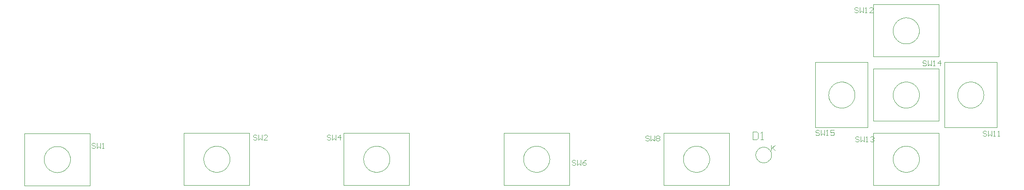
<source format=gto>
*%FSLAX23Y23*%
*%MOIN*%
G01*
D12*
X13749Y7727D02*
X13756Y7720D01*
X13749Y7727D02*
X13736D01*
X13729Y7720D01*
Y7713D01*
X13736Y7707D01*
X13749D01*
X13756Y7700D01*
Y7693D01*
X13749Y7687D01*
X13736D01*
X13729Y7693D01*
X13769Y7687D02*
Y7727D01*
X13782Y7700D02*
X13769Y7687D01*
X13782Y7700D02*
X13796Y7687D01*
Y7727D01*
X13809Y7687D02*
X13822D01*
X13816D01*
Y7727D01*
X13817D01*
X13816D02*
X13809Y7720D01*
X13842Y7687D02*
X13856D01*
X13849D01*
Y7727D01*
X13850D01*
X13849D02*
X13842Y7720D01*
X12775Y8665D02*
X12769Y8671D01*
X12755D01*
X12749Y8665D01*
Y8658D01*
X12755Y8651D01*
X12769D01*
X12775Y8645D01*
Y8638D01*
X12769Y8631D01*
X12755D01*
X12749Y8638D01*
X12789Y8631D02*
Y8671D01*
X12802Y8645D02*
X12789Y8631D01*
X12802Y8645D02*
X12815Y8631D01*
Y8671D01*
X12829Y8631D02*
X12842D01*
X12835D01*
Y8671D01*
X12836D01*
X12835D02*
X12829Y8665D01*
X12862Y8631D02*
X12889D01*
X12862D02*
X12889Y8658D01*
Y8665D01*
X12882Y8671D01*
X12869D01*
X12862Y8665D01*
X11973Y7720D02*
Y7660D01*
X12003D01*
X12013Y7670D01*
Y7710D01*
X12003Y7720D01*
X11973D01*
X12033Y7660D02*
X12053D01*
X12043D01*
Y7720D01*
X12044D01*
X12043D02*
X12033Y7710D01*
X12777Y7683D02*
X12783Y7677D01*
X12777Y7683D02*
X12763D01*
X12757Y7677D01*
Y7670D01*
X12763Y7663D01*
X12777D01*
X12783Y7657D01*
Y7650D01*
X12777Y7643D01*
X12763D01*
X12757Y7650D01*
X12797Y7643D02*
Y7683D01*
X12810Y7657D02*
X12797Y7643D01*
X12810Y7657D02*
X12823Y7643D01*
Y7683D01*
X12837Y7643D02*
X12850D01*
X12843D01*
Y7683D01*
X12844D01*
X12843D02*
X12837Y7677D01*
X12870D02*
X12877Y7683D01*
X12890D01*
X12897Y7677D01*
Y7670D01*
X12898D01*
X12897D02*
X12898D01*
X12897D02*
X12898D01*
X12897D02*
X12890Y7663D01*
X12883D01*
X12890D01*
X12897Y7657D01*
Y7650D01*
X12890Y7643D01*
X12877D01*
X12870Y7650D01*
X13296Y8257D02*
X13289Y8264D01*
X13276D01*
X13269Y8257D01*
Y8250D01*
X13276Y8244D01*
X13289D01*
X13296Y8237D01*
Y8230D01*
X13289Y8224D01*
X13276D01*
X13269Y8230D01*
X13309Y8224D02*
Y8264D01*
X13323Y8237D02*
X13309Y8224D01*
X13323Y8237D02*
X13336Y8224D01*
Y8264D01*
X13349Y8224D02*
X13363D01*
X13356D01*
Y8264D01*
X13357D01*
X13356D02*
X13349Y8257D01*
X13403Y8264D02*
Y8224D01*
X13383Y8244D02*
X13403Y8264D01*
X13409Y8244D02*
X13383D01*
X12480Y7724D02*
X12473Y7731D01*
X12460D01*
X12453Y7724D01*
Y7717D01*
X12460Y7711D01*
X12473D01*
X12480Y7704D01*
Y7697D01*
X12473Y7691D01*
X12460D01*
X12453Y7697D01*
X12493Y7691D02*
Y7731D01*
X12507Y7704D02*
X12493Y7691D01*
X12507Y7704D02*
X12520Y7691D01*
Y7731D01*
X12533Y7691D02*
X12547D01*
X12540D01*
Y7731D01*
X12541D01*
X12540D02*
X12533Y7724D01*
X12567Y7731D02*
X12593D01*
X12567D02*
Y7711D01*
X12580Y7717D01*
X12587D01*
X12593Y7711D01*
Y7697D01*
X12587Y7691D01*
X12573D01*
X12567Y7697D01*
X11181Y7682D02*
X11174Y7688D01*
X11161D01*
X11154Y7682D01*
Y7675D01*
X11161Y7668D01*
X11174D01*
X11181Y7662D01*
Y7655D01*
X11174Y7648D01*
X11161D01*
X11154Y7655D01*
X11194Y7648D02*
Y7688D01*
X11207Y7662D02*
X11194Y7648D01*
X11207Y7662D02*
X11221Y7648D01*
Y7688D01*
X11234Y7682D02*
X11241Y7688D01*
X11254D01*
X11261Y7682D01*
Y7675D01*
X11254Y7668D01*
X11261Y7662D01*
Y7655D01*
X11254Y7648D01*
X11241D01*
X11234Y7655D01*
Y7662D01*
X11241Y7668D01*
X11234Y7675D01*
Y7682D01*
X11241Y7668D02*
X11254D01*
X10619Y7497D02*
X10613Y7503D01*
X10599D01*
X10593Y7497D01*
Y7490D01*
X10599Y7483D01*
X10613D01*
X10619Y7477D01*
Y7470D01*
X10613Y7463D01*
X10599D01*
X10593Y7470D01*
X10633Y7463D02*
Y7503D01*
X10646Y7477D02*
X10633Y7463D01*
X10646Y7477D02*
X10659Y7463D01*
Y7503D01*
X10686Y7497D02*
X10699Y7503D01*
X10686Y7497D02*
X10673Y7483D01*
Y7470D01*
X10679Y7463D01*
X10693D01*
X10699Y7470D01*
Y7477D01*
X10693Y7483D01*
X10673D01*
X8749Y7688D02*
X8742Y7694D01*
X8729D01*
X8722Y7688D01*
Y7681D01*
X8729Y7674D01*
X8742D01*
X8749Y7668D01*
Y7661D01*
X8742Y7654D01*
X8729D01*
X8722Y7661D01*
X8762Y7654D02*
Y7694D01*
X8775Y7668D02*
X8762Y7654D01*
X8775Y7668D02*
X8789Y7654D01*
Y7694D01*
X8822D02*
Y7654D01*
X8802Y7674D02*
X8822Y7694D01*
X8829Y7674D02*
X8802D01*
X8186Y7688D02*
X8180Y7694D01*
X8166D01*
X8160Y7688D01*
Y7681D01*
X8166Y7674D01*
X8180D01*
X8186Y7668D01*
Y7661D01*
X8180Y7654D01*
X8166D01*
X8160Y7661D01*
X8200Y7654D02*
Y7694D01*
X8213Y7668D02*
X8200Y7654D01*
X8213Y7668D02*
X8226Y7654D01*
Y7694D01*
X8240Y7654D02*
X8266D01*
X8240D02*
X8266Y7681D01*
Y7688D01*
X8260Y7694D01*
X8246D01*
X8240Y7688D01*
X6952Y7624D02*
X6945Y7631D01*
X6932D01*
X6925Y7624D01*
Y7618D01*
X6932Y7611D01*
X6945D01*
X6952Y7604D01*
Y7598D01*
X6945Y7591D01*
X6932D01*
X6925Y7598D01*
X6965Y7591D02*
Y7631D01*
X6978Y7604D02*
X6965Y7591D01*
X6978Y7604D02*
X6992Y7591D01*
Y7631D01*
X7005Y7591D02*
X7018D01*
X7012D01*
Y7631D01*
X7013D01*
X7012D02*
X7005Y7624D01*
D14*
X13735Y8002D02*
X13735Y7998D01*
X13734Y7995D01*
X13734Y7992D01*
X13734Y7988D01*
X13733Y7985D01*
X13733Y7982D01*
X13732Y7978D01*
X13731Y7975D01*
X13730Y7972D01*
X13729Y7969D01*
X13728Y7966D01*
X13727Y7963D01*
X13725Y7960D01*
X13724Y7957D01*
X13722Y7954D01*
X13721Y7951D01*
X13719Y7948D01*
X13717Y7945D01*
X13715Y7943D01*
X13713Y7940D01*
X13711Y7937D01*
X13709Y7935D01*
X13707Y7932D01*
X13704Y7930D01*
X13702Y7928D01*
X13699Y7925D01*
X13697Y7923D01*
X13694Y7921D01*
X13692Y7919D01*
X13689Y7918D01*
X13686Y7916D01*
X13683Y7914D01*
X13680Y7913D01*
X13677Y7911D01*
X13674Y7910D01*
X13671Y7908D01*
X13668Y7907D01*
X13665Y7906D01*
X13662Y7905D01*
X13658Y7904D01*
X13655Y7904D01*
X13652Y7903D01*
X13649Y7903D01*
X13645Y7902D01*
X13642Y7902D01*
X13639Y7902D01*
X13635Y7902D01*
X13632Y7902D01*
X13629Y7902D01*
X13625Y7902D01*
X13622Y7902D01*
X13619Y7903D01*
X13616Y7903D01*
X13612Y7904D01*
X13609Y7905D01*
X13606Y7906D01*
X13603Y7907D01*
X13600Y7908D01*
X13596Y7909D01*
X13593Y7910D01*
X13590Y7912D01*
X13587Y7913D01*
X13585Y7915D01*
X13582Y7917D01*
X13579Y7918D01*
X13576Y7920D01*
X13574Y7922D01*
X13571Y7924D01*
X13568Y7927D01*
X13566Y7929D01*
X13564Y7931D01*
X13561Y7934D01*
X13559Y7936D01*
X13557Y7939D01*
X13555Y7941D01*
X13553Y7944D01*
X13551Y7947D01*
X13549Y7949D01*
X13548Y7952D01*
X13546Y7955D01*
X13544Y7958D01*
X13543Y7961D01*
X13542Y7964D01*
X13541Y7967D01*
X13540Y7970D01*
X13539Y7974D01*
X13538Y7977D01*
X13537Y7980D01*
X13536Y7983D01*
X13536Y7987D01*
X13535Y7990D01*
X13535Y7993D01*
X13535Y7997D01*
X13535Y8000D01*
Y8003D01*
X13535Y8007D01*
X13535Y8010D01*
X13535Y8013D01*
X13536Y8016D01*
X13536Y8020D01*
X13537Y8023D01*
X13538Y8026D01*
X13539Y8029D01*
X13540Y8033D01*
X13541Y8036D01*
X13542Y8039D01*
X13543Y8042D01*
X13544Y8045D01*
X13546Y8048D01*
X13548Y8051D01*
X13549Y8054D01*
X13551Y8057D01*
X13553Y8059D01*
X13555Y8062D01*
X13557Y8065D01*
X13559Y8067D01*
X13561Y8070D01*
X13564Y8072D01*
X13566Y8074D01*
X13568Y8077D01*
X13571Y8079D01*
X13574Y8081D01*
X13576Y8083D01*
X13579Y8085D01*
X13582Y8086D01*
X13585Y8088D01*
X13587Y8090D01*
X13590Y8091D01*
X13593Y8093D01*
X13596Y8094D01*
X13600Y8095D01*
X13603Y8096D01*
X13606Y8097D01*
X13609Y8098D01*
X13612Y8099D01*
X13616Y8100D01*
X13619Y8100D01*
X13622Y8101D01*
X13625Y8101D01*
X13629Y8101D01*
X13632Y8102D01*
X13635Y8102D01*
X13639Y8101D01*
X13642Y8101D01*
X13645Y8101D01*
X13649Y8101D01*
X13652Y8100D01*
X13655Y8099D01*
X13658Y8099D01*
X13662Y8098D01*
X13665Y8097D01*
X13668Y8096D01*
X13671Y8095D01*
X13674Y8093D01*
X13677Y8092D01*
X13680Y8091D01*
X13683Y8089D01*
X13686Y8087D01*
X13689Y8086D01*
X13692Y8084D01*
X13694Y8082D01*
X13697Y8080D01*
X13699Y8078D01*
X13702Y8075D01*
X13704Y8073D01*
X13707Y8071D01*
X13709Y8068D01*
X13711Y8066D01*
X13713Y8063D01*
X13715Y8061D01*
X13717Y8058D01*
X13719Y8055D01*
X13721Y8052D01*
X13722Y8049D01*
X13724Y8046D01*
X13725Y8043D01*
X13727Y8040D01*
X13728Y8037D01*
X13729Y8034D01*
X13730Y8031D01*
X13731Y8028D01*
X13732Y8025D01*
X13733Y8021D01*
X13733Y8018D01*
X13734Y8015D01*
X13734Y8012D01*
X13734Y8008D01*
X13735Y8005D01*
X13735Y8002D01*
X13835Y7752D02*
Y8252D01*
X13435D02*
Y7752D01*
X13835D01*
Y8252D02*
X13435D01*
X13242Y8494D02*
X13242Y8490D01*
X13242Y8487D01*
X13242Y8484D01*
X13242Y8480D01*
X13241Y8477D01*
X13240Y8474D01*
X13240Y8471D01*
X13239Y8467D01*
X13238Y8464D01*
X13237Y8461D01*
X13236Y8458D01*
X13235Y8455D01*
X13233Y8452D01*
X13232Y8449D01*
X13230Y8446D01*
X13229Y8443D01*
X13227Y8440D01*
X13225Y8437D01*
X13223Y8435D01*
X13221Y8432D01*
X13219Y8429D01*
X13217Y8427D01*
X13215Y8424D01*
X13212Y8422D01*
X13210Y8420D01*
X13207Y8418D01*
X13205Y8415D01*
X13202Y8413D01*
X13199Y8412D01*
X13197Y8410D01*
X13194Y8408D01*
X13191Y8406D01*
X13188Y8405D01*
X13185Y8403D01*
X13182Y8402D01*
X13179Y8401D01*
X13176Y8399D01*
X13173Y8398D01*
X13170Y8397D01*
X13166Y8397D01*
X13163Y8396D01*
X13160Y8395D01*
X13157Y8395D01*
X13153Y8394D01*
X13150Y8394D01*
X13147Y8394D01*
X13143Y8394D01*
X13140Y8394D01*
X13137Y8394D01*
X13133Y8394D01*
X13130Y8394D01*
X13127Y8395D01*
X13123Y8395D01*
X13120Y8396D01*
X13117Y8397D01*
X13114Y8398D01*
X13111Y8399D01*
X13107Y8400D01*
X13104Y8401D01*
X13101Y8403D01*
X13098Y8404D01*
X13095Y8405D01*
X13092Y8407D01*
X13090Y8409D01*
X13087Y8411D01*
X13084Y8412D01*
X13081Y8414D01*
X13079Y8417D01*
X13076Y8419D01*
X13074Y8421D01*
X13071Y8423D01*
X13069Y8426D01*
X13067Y8428D01*
X13065Y8431D01*
X13063Y8433D01*
X13061Y8436D01*
X13059Y8439D01*
X13057Y8442D01*
X13055Y8444D01*
X13054Y8447D01*
X13052Y8450D01*
X13051Y8453D01*
X13050Y8456D01*
X13048Y8459D01*
X13047Y8463D01*
X13046Y8466D01*
X13046Y8469D01*
X13045Y8472D01*
X13044Y8475D01*
X13044Y8479D01*
X13043Y8482D01*
X13043Y8485D01*
X13043Y8489D01*
X13042Y8492D01*
Y8495D01*
X13043Y8499D01*
X13043Y8502D01*
X13043Y8505D01*
X13044Y8509D01*
X13044Y8512D01*
X13045Y8515D01*
X13046Y8518D01*
X13046Y8522D01*
X13047Y8525D01*
X13048Y8528D01*
X13050Y8531D01*
X13051Y8534D01*
X13052Y8537D01*
X13054Y8540D01*
X13055Y8543D01*
X13057Y8546D01*
X13059Y8549D01*
X13061Y8551D01*
X13063Y8554D01*
X13065Y8557D01*
X13067Y8559D01*
X13069Y8562D01*
X13071Y8564D01*
X13074Y8566D01*
X13076Y8569D01*
X13079Y8571D01*
X13081Y8573D01*
X13084Y8575D01*
X13087Y8577D01*
X13090Y8579D01*
X13092Y8580D01*
X13095Y8582D01*
X13098Y8583D01*
X13101Y8585D01*
X13104Y8586D01*
X13107Y8587D01*
X13111Y8588D01*
X13114Y8589D01*
X13117Y8590D01*
X13120Y8591D01*
X13123Y8592D01*
X13127Y8592D01*
X13130Y8593D01*
X13133Y8593D01*
X13137Y8594D01*
X13140Y8594D01*
X13143Y8594D01*
X13147Y8594D01*
X13150Y8593D01*
X13153Y8593D01*
X13157Y8593D01*
X13160Y8592D01*
X13163Y8592D01*
X13166Y8591D01*
X13170Y8590D01*
X13173Y8589D01*
X13176Y8588D01*
X13179Y8587D01*
X13182Y8585D01*
X13185Y8584D01*
X13188Y8583D01*
X13191Y8581D01*
X13194Y8579D01*
X13197Y8578D01*
X13199Y8576D01*
X13202Y8574D01*
X13205Y8572D01*
X13207Y8570D01*
X13210Y8568D01*
X13212Y8565D01*
X13215Y8563D01*
X13217Y8560D01*
X13219Y8558D01*
X13221Y8555D01*
X13223Y8553D01*
X13225Y8550D01*
X13227Y8547D01*
X13229Y8544D01*
X13230Y8542D01*
X13232Y8539D01*
X13233Y8536D01*
X13235Y8533D01*
X13236Y8529D01*
X13237Y8526D01*
X13238Y8523D01*
X13239Y8520D01*
X13240Y8517D01*
X13240Y8513D01*
X13241Y8510D01*
X13242Y8507D01*
X13242Y8504D01*
X13242Y8500D01*
X13242Y8497D01*
X13242Y8494D01*
X12892Y8294D02*
Y8694D01*
X13392D02*
Y8294D01*
X12892D01*
Y8694D02*
X13392D01*
X12114Y7542D02*
X12114Y7539D01*
X12113Y7535D01*
X12113Y7532D01*
X12112Y7529D01*
X12112Y7526D01*
X12111Y7522D01*
X12109Y7519D01*
X12108Y7516D01*
X12107Y7513D01*
X12105Y7510D01*
X12103Y7508D01*
X12101Y7505D01*
X12099Y7503D01*
X12097Y7500D01*
X12094Y7498D01*
X12092Y7496D01*
X12089Y7494D01*
X12087Y7492D01*
X12084Y7490D01*
X12081Y7488D01*
X12078Y7487D01*
X12075Y7486D01*
X12072Y7485D01*
X12069Y7484D01*
X12065Y7483D01*
X12062Y7482D01*
X12059Y7482D01*
X12056Y7482D01*
X12052D01*
X12049Y7482D01*
X12046Y7482D01*
X12042Y7483D01*
X12039Y7484D01*
X12036Y7485D01*
X12033Y7486D01*
X12030Y7487D01*
X12027Y7488D01*
X12024Y7490D01*
X12021Y7492D01*
X12018Y7494D01*
X12016Y7496D01*
X12013Y7498D01*
X12011Y7500D01*
X12009Y7503D01*
X12007Y7505D01*
X12005Y7508D01*
X12003Y7510D01*
X12001Y7513D01*
X12000Y7516D01*
X11998Y7519D01*
X11997Y7522D01*
X11996Y7526D01*
X11995Y7529D01*
X11995Y7532D01*
X11994Y7535D01*
X11994Y7539D01*
X11994Y7542D01*
X11994Y7545D01*
X11994Y7549D01*
X11995Y7552D01*
X11995Y7555D01*
X11996Y7558D01*
X11997Y7561D01*
X11998Y7564D01*
X12000Y7568D01*
X12001Y7570D01*
X12003Y7573D01*
X12005Y7576D01*
X12007Y7579D01*
X12009Y7581D01*
X12011Y7584D01*
X12013Y7586D01*
X12016Y7588D01*
X12018Y7590D01*
X12021Y7592D01*
X12024Y7594D01*
X12027Y7595D01*
X12030Y7597D01*
X12033Y7598D01*
X12036Y7599D01*
X12039Y7600D01*
X12042Y7601D01*
X12046Y7601D01*
X12049Y7602D01*
X12052Y7602D01*
X12056D01*
X12059Y7602D01*
X12062Y7601D01*
X12065Y7601D01*
X12069Y7600D01*
X12072Y7599D01*
X12075Y7598D01*
X12078Y7597D01*
X12081Y7595D01*
X12084Y7594D01*
X12087Y7592D01*
X12089Y7590D01*
X12092Y7588D01*
X12094Y7586D01*
X12097Y7584D01*
X12099Y7581D01*
X12101Y7579D01*
X12103Y7576D01*
X12105Y7573D01*
X12107Y7570D01*
X12108Y7568D01*
X12109Y7564D01*
X12111Y7561D01*
X12112Y7558D01*
X12112Y7555D01*
X12113Y7552D01*
X12113Y7549D01*
X12114Y7545D01*
X12114Y7542D01*
X13242Y7509D02*
X13242Y7506D01*
X13242Y7503D01*
X13242Y7499D01*
X13242Y7496D01*
X13241Y7493D01*
X13240Y7490D01*
X13240Y7486D01*
X13239Y7483D01*
X13238Y7480D01*
X13237Y7477D01*
X13236Y7474D01*
X13235Y7471D01*
X13233Y7468D01*
X13232Y7465D01*
X13230Y7462D01*
X13229Y7459D01*
X13227Y7456D01*
X13225Y7453D01*
X13223Y7450D01*
X13221Y7448D01*
X13219Y7445D01*
X13217Y7443D01*
X13215Y7440D01*
X13212Y7438D01*
X13210Y7436D01*
X13207Y7433D01*
X13205Y7431D01*
X13202Y7429D01*
X13199Y7427D01*
X13197Y7425D01*
X13194Y7424D01*
X13191Y7422D01*
X13188Y7420D01*
X13185Y7419D01*
X13182Y7418D01*
X13179Y7416D01*
X13176Y7415D01*
X13173Y7414D01*
X13170Y7413D01*
X13166Y7412D01*
X13163Y7412D01*
X13160Y7411D01*
X13157Y7410D01*
X13153Y7410D01*
X13150Y7410D01*
X13147Y7410D01*
X13143Y7409D01*
X13140Y7409D01*
X13137Y7410D01*
X13133Y7410D01*
X13130Y7410D01*
X13127Y7411D01*
X13123Y7411D01*
X13120Y7412D01*
X13117Y7413D01*
X13114Y7414D01*
X13111Y7415D01*
X13107Y7416D01*
X13104Y7417D01*
X13101Y7418D01*
X13098Y7420D01*
X13095Y7421D01*
X13092Y7423D01*
X13090Y7425D01*
X13087Y7426D01*
X13084Y7428D01*
X13081Y7430D01*
X13079Y7432D01*
X13076Y7434D01*
X13074Y7437D01*
X13071Y7439D01*
X13069Y7441D01*
X13067Y7444D01*
X13065Y7446D01*
X13063Y7449D01*
X13061Y7452D01*
X13059Y7454D01*
X13057Y7457D01*
X13055Y7460D01*
X13054Y7463D01*
X13052Y7466D01*
X13051Y7469D01*
X13050Y7472D01*
X13048Y7475D01*
X13047Y7478D01*
X13046Y7482D01*
X13046Y7485D01*
X13045Y7488D01*
X13044Y7491D01*
X13044Y7495D01*
X13043Y7498D01*
X13043Y7501D01*
X13043Y7504D01*
X13042Y7508D01*
Y7511D01*
X13043Y7514D01*
X13043Y7518D01*
X13043Y7521D01*
X13044Y7524D01*
X13044Y7528D01*
X13045Y7531D01*
X13046Y7534D01*
X13046Y7537D01*
X13047Y7540D01*
X13048Y7544D01*
X13050Y7547D01*
X13051Y7550D01*
X13052Y7553D01*
X13054Y7556D01*
X13055Y7559D01*
X13057Y7562D01*
X13059Y7564D01*
X13061Y7567D01*
X13063Y7570D01*
X13065Y7572D01*
X13067Y7575D01*
X13069Y7577D01*
X13071Y7580D01*
X13074Y7582D01*
X13076Y7584D01*
X13079Y7587D01*
X13081Y7589D01*
X13084Y7591D01*
X13087Y7593D01*
X13090Y7594D01*
X13092Y7596D01*
X13095Y7598D01*
X13098Y7599D01*
X13101Y7601D01*
X13104Y7602D01*
X13107Y7603D01*
X13111Y7604D01*
X13114Y7605D01*
X13117Y7606D01*
X13120Y7607D01*
X13123Y7608D01*
X13127Y7608D01*
X13130Y7609D01*
X13133Y7609D01*
X13137Y7609D01*
X13140Y7609D01*
X13143Y7609D01*
X13147Y7609D01*
X13150Y7609D01*
X13153Y7609D01*
X13157Y7608D01*
X13160Y7608D01*
X13163Y7607D01*
X13166Y7607D01*
X13170Y7606D01*
X13173Y7605D01*
X13176Y7604D01*
X13179Y7603D01*
X13182Y7601D01*
X13185Y7600D01*
X13188Y7598D01*
X13191Y7597D01*
X13194Y7595D01*
X13197Y7593D01*
X13199Y7592D01*
X13202Y7590D01*
X13205Y7588D01*
X13207Y7585D01*
X13210Y7583D01*
X13212Y7581D01*
X13215Y7579D01*
X13217Y7576D01*
X13219Y7574D01*
X13221Y7571D01*
X13223Y7568D01*
X13225Y7566D01*
X13227Y7563D01*
X13229Y7560D01*
X13230Y7557D01*
X13232Y7554D01*
X13233Y7551D01*
X13235Y7548D01*
X13236Y7545D01*
X13237Y7542D01*
X13238Y7539D01*
X13239Y7536D01*
X13240Y7532D01*
X13240Y7529D01*
X13241Y7526D01*
X13242Y7523D01*
X13242Y7519D01*
X13242Y7516D01*
X13242Y7513D01*
X13242Y7509D01*
X13392Y7309D02*
Y7709D01*
X12892D02*
Y7309D01*
Y7709D02*
X13392D01*
Y7309D02*
X12892D01*
X13242Y8002D02*
X13242Y7998D01*
X13242Y7995D01*
X13242Y7992D01*
X13242Y7988D01*
X13241Y7985D01*
X13240Y7982D01*
X13240Y7978D01*
X13239Y7975D01*
X13238Y7972D01*
X13237Y7969D01*
X13236Y7966D01*
X13235Y7963D01*
X13233Y7960D01*
X13232Y7957D01*
X13230Y7954D01*
X13229Y7951D01*
X13227Y7948D01*
X13225Y7945D01*
X13223Y7943D01*
X13221Y7940D01*
X13219Y7937D01*
X13217Y7935D01*
X13215Y7932D01*
X13212Y7930D01*
X13210Y7928D01*
X13207Y7925D01*
X13205Y7923D01*
X13202Y7921D01*
X13199Y7919D01*
X13197Y7918D01*
X13194Y7916D01*
X13191Y7914D01*
X13188Y7913D01*
X13185Y7911D01*
X13182Y7910D01*
X13179Y7908D01*
X13176Y7907D01*
X13173Y7906D01*
X13170Y7905D01*
X13166Y7904D01*
X13163Y7904D01*
X13160Y7903D01*
X13157Y7903D01*
X13153Y7902D01*
X13150Y7902D01*
X13147Y7902D01*
X13143Y7902D01*
X13140Y7902D01*
X13137Y7902D01*
X13133Y7902D01*
X13130Y7902D01*
X13127Y7903D01*
X13123Y7903D01*
X13120Y7904D01*
X13117Y7905D01*
X13114Y7906D01*
X13111Y7907D01*
X13107Y7908D01*
X13104Y7909D01*
X13101Y7910D01*
X13098Y7912D01*
X13095Y7913D01*
X13092Y7915D01*
X13090Y7917D01*
X13087Y7918D01*
X13084Y7920D01*
X13081Y7922D01*
X13079Y7924D01*
X13076Y7927D01*
X13074Y7929D01*
X13071Y7931D01*
X13069Y7934D01*
X13067Y7936D01*
X13065Y7939D01*
X13063Y7941D01*
X13061Y7944D01*
X13059Y7947D01*
X13057Y7949D01*
X13055Y7952D01*
X13054Y7955D01*
X13052Y7958D01*
X13051Y7961D01*
X13050Y7964D01*
X13048Y7967D01*
X13047Y7970D01*
X13046Y7974D01*
X13046Y7977D01*
X13045Y7980D01*
X13044Y7983D01*
X13044Y7987D01*
X13043Y7990D01*
X13043Y7993D01*
X13043Y7997D01*
X13042Y8000D01*
Y8003D01*
X13043Y8007D01*
X13043Y8010D01*
X13043Y8013D01*
X13044Y8016D01*
X13044Y8020D01*
X13045Y8023D01*
X13046Y8026D01*
X13046Y8029D01*
X13047Y8033D01*
X13048Y8036D01*
X13050Y8039D01*
X13051Y8042D01*
X13052Y8045D01*
X13054Y8048D01*
X13055Y8051D01*
X13057Y8054D01*
X13059Y8057D01*
X13061Y8059D01*
X13063Y8062D01*
X13065Y8065D01*
X13067Y8067D01*
X13069Y8070D01*
X13071Y8072D01*
X13074Y8074D01*
X13076Y8077D01*
X13079Y8079D01*
X13081Y8081D01*
X13084Y8083D01*
X13087Y8085D01*
X13090Y8086D01*
X13092Y8088D01*
X13095Y8090D01*
X13098Y8091D01*
X13101Y8093D01*
X13104Y8094D01*
X13107Y8095D01*
X13111Y8096D01*
X13114Y8097D01*
X13117Y8098D01*
X13120Y8099D01*
X13123Y8100D01*
X13127Y8100D01*
X13130Y8101D01*
X13133Y8101D01*
X13137Y8101D01*
X13140Y8102D01*
X13143Y8102D01*
X13147Y8101D01*
X13150Y8101D01*
X13153Y8101D01*
X13157Y8101D01*
X13160Y8100D01*
X13163Y8099D01*
X13166Y8099D01*
X13170Y8098D01*
X13173Y8097D01*
X13176Y8096D01*
X13179Y8095D01*
X13182Y8093D01*
X13185Y8092D01*
X13188Y8091D01*
X13191Y8089D01*
X13194Y8087D01*
X13197Y8086D01*
X13199Y8084D01*
X13202Y8082D01*
X13205Y8080D01*
X13207Y8078D01*
X13210Y8075D01*
X13212Y8073D01*
X13215Y8071D01*
X13217Y8068D01*
X13219Y8066D01*
X13221Y8063D01*
X13223Y8061D01*
X13225Y8058D01*
X13227Y8055D01*
X13229Y8052D01*
X13230Y8049D01*
X13232Y8046D01*
X13233Y8043D01*
X13235Y8040D01*
X13236Y8037D01*
X13237Y8034D01*
X13238Y8031D01*
X13239Y8028D01*
X13240Y8025D01*
X13240Y8021D01*
X13241Y8018D01*
X13242Y8015D01*
X13242Y8012D01*
X13242Y8008D01*
X13242Y8005D01*
X13242Y8002D01*
X12892Y7802D02*
Y8202D01*
X13392D02*
Y7802D01*
X12892D01*
Y8202D02*
X13392D01*
X12750Y8002D02*
X12750Y7998D01*
X12750Y7995D01*
X12750Y7992D01*
X12749Y7988D01*
X12749Y7985D01*
X12748Y7982D01*
X12748Y7978D01*
X12747Y7975D01*
X12746Y7972D01*
X12745Y7969D01*
X12744Y7966D01*
X12742Y7963D01*
X12741Y7960D01*
X12740Y7957D01*
X12738Y7954D01*
X12736Y7951D01*
X12735Y7948D01*
X12733Y7945D01*
X12731Y7943D01*
X12729Y7940D01*
X12727Y7937D01*
X12725Y7935D01*
X12722Y7932D01*
X12720Y7930D01*
X12718Y7928D01*
X12715Y7925D01*
X12713Y7923D01*
X12710Y7921D01*
X12707Y7919D01*
X12705Y7918D01*
X12702Y7916D01*
X12699Y7914D01*
X12696Y7913D01*
X12693Y7911D01*
X12690Y7910D01*
X12687Y7908D01*
X12684Y7907D01*
X12681Y7906D01*
X12677Y7905D01*
X12674Y7904D01*
X12671Y7904D01*
X12668Y7903D01*
X12664Y7903D01*
X12661Y7902D01*
X12658Y7902D01*
X12654Y7902D01*
X12651Y7902D01*
X12648Y7902D01*
X12644Y7902D01*
X12641Y7902D01*
X12638Y7902D01*
X12635Y7903D01*
X12631Y7903D01*
X12628Y7904D01*
X12625Y7905D01*
X12622Y7906D01*
X12618Y7907D01*
X12615Y7908D01*
X12612Y7909D01*
X12609Y7910D01*
X12606Y7912D01*
X12603Y7913D01*
X12600Y7915D01*
X12597Y7917D01*
X12595Y7918D01*
X12592Y7920D01*
X12589Y7922D01*
X12587Y7924D01*
X12584Y7927D01*
X12582Y7929D01*
X12579Y7931D01*
X12577Y7934D01*
X12575Y7936D01*
X12573Y7939D01*
X12571Y7941D01*
X12569Y7944D01*
X12567Y7947D01*
X12565Y7949D01*
X12563Y7952D01*
X12562Y7955D01*
X12560Y7958D01*
X12559Y7961D01*
X12558Y7964D01*
X12556Y7967D01*
X12555Y7970D01*
X12554Y7974D01*
X12553Y7977D01*
X12553Y7980D01*
X12552Y7983D01*
X12551Y7987D01*
X12551Y7990D01*
X12551Y7993D01*
X12550Y7997D01*
X12550Y8000D01*
Y8003D01*
X12550Y8007D01*
X12551Y8010D01*
X12551Y8013D01*
X12551Y8016D01*
X12552Y8020D01*
X12553Y8023D01*
X12553Y8026D01*
X12554Y8029D01*
X12555Y8033D01*
X12556Y8036D01*
X12558Y8039D01*
X12559Y8042D01*
X12560Y8045D01*
X12562Y8048D01*
X12563Y8051D01*
X12565Y8054D01*
X12567Y8057D01*
X12569Y8059D01*
X12571Y8062D01*
X12573Y8065D01*
X12575Y8067D01*
X12577Y8070D01*
X12579Y8072D01*
X12582Y8074D01*
X12584Y8077D01*
X12587Y8079D01*
X12589Y8081D01*
X12592Y8083D01*
X12595Y8085D01*
X12597Y8086D01*
X12600Y8088D01*
X12603Y8090D01*
X12606Y8091D01*
X12609Y8093D01*
X12612Y8094D01*
X12615Y8095D01*
X12618Y8096D01*
X12622Y8097D01*
X12625Y8098D01*
X12628Y8099D01*
X12631Y8100D01*
X12635Y8100D01*
X12638Y8101D01*
X12641Y8101D01*
X12644Y8101D01*
X12648Y8102D01*
X12651Y8102D01*
X12654Y8101D01*
X12658Y8101D01*
X12661Y8101D01*
X12664Y8101D01*
X12668Y8100D01*
X12671Y8099D01*
X12674Y8099D01*
X12677Y8098D01*
X12681Y8097D01*
X12684Y8096D01*
X12687Y8095D01*
X12690Y8093D01*
X12693Y8092D01*
X12696Y8091D01*
X12699Y8089D01*
X12702Y8087D01*
X12705Y8086D01*
X12707Y8084D01*
X12710Y8082D01*
X12713Y8080D01*
X12715Y8078D01*
X12718Y8075D01*
X12720Y8073D01*
X12722Y8071D01*
X12725Y8068D01*
X12727Y8066D01*
X12729Y8063D01*
X12731Y8061D01*
X12733Y8058D01*
X12735Y8055D01*
X12736Y8052D01*
X12738Y8049D01*
X12740Y8046D01*
X12741Y8043D01*
X12742Y8040D01*
X12744Y8037D01*
X12745Y8034D01*
X12746Y8031D01*
X12747Y8028D01*
X12748Y8025D01*
X12748Y8021D01*
X12749Y8018D01*
X12749Y8015D01*
X12750Y8012D01*
X12750Y8008D01*
X12750Y8005D01*
X12750Y8002D01*
X12450Y7752D02*
Y8252D01*
X12850D02*
Y7752D01*
Y8252D02*
X12450D01*
Y7752D02*
X12850D01*
X11641Y7509D02*
X11641Y7506D01*
X11641Y7503D01*
X11641Y7499D01*
X11640Y7496D01*
X11640Y7493D01*
X11639Y7490D01*
X11638Y7486D01*
X11638Y7483D01*
X11637Y7480D01*
X11636Y7477D01*
X11634Y7474D01*
X11633Y7471D01*
X11632Y7468D01*
X11630Y7465D01*
X11629Y7462D01*
X11627Y7459D01*
X11626Y7456D01*
X11624Y7453D01*
X11622Y7450D01*
X11620Y7448D01*
X11618Y7445D01*
X11615Y7443D01*
X11613Y7440D01*
X11611Y7438D01*
X11608Y7436D01*
X11606Y7433D01*
X11603Y7431D01*
X11601Y7429D01*
X11598Y7427D01*
X11595Y7425D01*
X11592Y7424D01*
X11590Y7422D01*
X11587Y7420D01*
X11584Y7419D01*
X11581Y7418D01*
X11578Y7416D01*
X11574Y7415D01*
X11571Y7414D01*
X11568Y7413D01*
X11565Y7412D01*
X11562Y7412D01*
X11558Y7411D01*
X11555Y7410D01*
X11552Y7410D01*
X11549Y7410D01*
X11545Y7410D01*
X11542Y7409D01*
X11539Y7409D01*
X11535Y7410D01*
X11532Y7410D01*
X11529Y7410D01*
X11525Y7411D01*
X11522Y7411D01*
X11519Y7412D01*
X11516Y7413D01*
X11512Y7414D01*
X11509Y7415D01*
X11506Y7416D01*
X11503Y7417D01*
X11500Y7418D01*
X11497Y7420D01*
X11494Y7421D01*
X11491Y7423D01*
X11488Y7425D01*
X11485Y7426D01*
X11483Y7428D01*
X11480Y7430D01*
X11477Y7432D01*
X11475Y7434D01*
X11472Y7437D01*
X11470Y7439D01*
X11468Y7441D01*
X11466Y7444D01*
X11463Y7446D01*
X11461Y7449D01*
X11459Y7452D01*
X11458Y7454D01*
X11456Y7457D01*
X11454Y7460D01*
X11452Y7463D01*
X11451Y7466D01*
X11450Y7469D01*
X11448Y7472D01*
X11447Y7475D01*
X11446Y7478D01*
X11445Y7482D01*
X11444Y7485D01*
X11443Y7488D01*
X11443Y7491D01*
X11442Y7495D01*
X11442Y7498D01*
X11441Y7501D01*
X11441Y7504D01*
X11441Y7508D01*
Y7511D01*
X11441Y7514D01*
X11441Y7518D01*
X11442Y7521D01*
X11442Y7524D01*
X11443Y7528D01*
X11443Y7531D01*
X11444Y7534D01*
X11445Y7537D01*
X11446Y7540D01*
X11447Y7544D01*
X11448Y7547D01*
X11450Y7550D01*
X11451Y7553D01*
X11452Y7556D01*
X11454Y7559D01*
X11456Y7562D01*
X11458Y7564D01*
X11459Y7567D01*
X11461Y7570D01*
X11463Y7572D01*
X11466Y7575D01*
X11468Y7577D01*
X11470Y7580D01*
X11472Y7582D01*
X11475Y7584D01*
X11477Y7587D01*
X11480Y7589D01*
X11483Y7591D01*
X11485Y7593D01*
X11488Y7594D01*
X11491Y7596D01*
X11494Y7598D01*
X11497Y7599D01*
X11500Y7601D01*
X11503Y7602D01*
X11506Y7603D01*
X11509Y7604D01*
X11512Y7605D01*
X11516Y7606D01*
X11519Y7607D01*
X11522Y7608D01*
X11525Y7608D01*
X11529Y7609D01*
X11532Y7609D01*
X11535Y7609D01*
X11539Y7609D01*
X11542Y7609D01*
X11545Y7609D01*
X11549Y7609D01*
X11552Y7609D01*
X11555Y7608D01*
X11558Y7608D01*
X11562Y7607D01*
X11565Y7607D01*
X11568Y7606D01*
X11571Y7605D01*
X11574Y7604D01*
X11578Y7603D01*
X11581Y7601D01*
X11584Y7600D01*
X11587Y7598D01*
X11590Y7597D01*
X11592Y7595D01*
X11595Y7593D01*
X11598Y7592D01*
X11601Y7590D01*
X11603Y7588D01*
X11606Y7585D01*
X11608Y7583D01*
X11611Y7581D01*
X11613Y7579D01*
X11615Y7576D01*
X11618Y7574D01*
X11620Y7571D01*
X11622Y7568D01*
X11624Y7566D01*
X11626Y7563D01*
X11627Y7560D01*
X11629Y7557D01*
X11630Y7554D01*
X11632Y7551D01*
X11633Y7548D01*
X11634Y7545D01*
X11636Y7542D01*
X11637Y7539D01*
X11638Y7536D01*
X11638Y7532D01*
X11639Y7529D01*
X11640Y7526D01*
X11640Y7523D01*
X11641Y7519D01*
X11641Y7516D01*
X11641Y7513D01*
X11641Y7509D01*
X11291Y7309D02*
Y7709D01*
X11791D02*
Y7309D01*
X11291D01*
Y7709D02*
X11791D01*
X10421Y7509D02*
X10421Y7506D01*
X10420Y7503D01*
X10420Y7499D01*
X10420Y7496D01*
X10419Y7493D01*
X10419Y7490D01*
X10418Y7486D01*
X10417Y7483D01*
X10416Y7480D01*
X10415Y7477D01*
X10414Y7474D01*
X10413Y7471D01*
X10411Y7468D01*
X10410Y7465D01*
X10408Y7462D01*
X10407Y7459D01*
X10405Y7456D01*
X10403Y7453D01*
X10401Y7450D01*
X10399Y7448D01*
X10397Y7445D01*
X10395Y7443D01*
X10393Y7440D01*
X10390Y7438D01*
X10388Y7436D01*
X10385Y7433D01*
X10383Y7431D01*
X10380Y7429D01*
X10378Y7427D01*
X10375Y7425D01*
X10372Y7424D01*
X10369Y7422D01*
X10366Y7420D01*
X10363Y7419D01*
X10360Y7418D01*
X10357Y7416D01*
X10354Y7415D01*
X10351Y7414D01*
X10348Y7413D01*
X10344Y7412D01*
X10341Y7412D01*
X10338Y7411D01*
X10335Y7410D01*
X10331Y7410D01*
X10328Y7410D01*
X10325Y7410D01*
X10321Y7409D01*
X10318Y7409D01*
X10315Y7410D01*
X10311Y7410D01*
X10308Y7410D01*
X10305Y7411D01*
X10302Y7411D01*
X10298Y7412D01*
X10295Y7413D01*
X10292Y7414D01*
X10289Y7415D01*
X10286Y7416D01*
X10283Y7417D01*
X10279Y7418D01*
X10276Y7420D01*
X10273Y7421D01*
X10271Y7423D01*
X10268Y7425D01*
X10265Y7426D01*
X10262Y7428D01*
X10260Y7430D01*
X10257Y7432D01*
X10254Y7434D01*
X10252Y7437D01*
X10250Y7439D01*
X10247Y7441D01*
X10245Y7444D01*
X10243Y7446D01*
X10241Y7449D01*
X10239Y7452D01*
X10237Y7454D01*
X10235Y7457D01*
X10234Y7460D01*
X10232Y7463D01*
X10230Y7466D01*
X10229Y7469D01*
X10228Y7472D01*
X10227Y7475D01*
X10226Y7478D01*
X10225Y7482D01*
X10224Y7485D01*
X10223Y7488D01*
X10222Y7491D01*
X10222Y7495D01*
X10221Y7498D01*
X10221Y7501D01*
X10221Y7504D01*
X10221Y7508D01*
Y7511D01*
X10221Y7514D01*
X10221Y7518D01*
X10221Y7521D01*
X10222Y7524D01*
X10222Y7528D01*
X10223Y7531D01*
X10224Y7534D01*
X10225Y7537D01*
X10226Y7540D01*
X10227Y7544D01*
X10228Y7547D01*
X10229Y7550D01*
X10230Y7553D01*
X10232Y7556D01*
X10234Y7559D01*
X10235Y7562D01*
X10237Y7564D01*
X10239Y7567D01*
X10241Y7570D01*
X10243Y7572D01*
X10245Y7575D01*
X10247Y7577D01*
X10250Y7580D01*
X10252Y7582D01*
X10254Y7584D01*
X10257Y7587D01*
X10260Y7589D01*
X10262Y7591D01*
X10265Y7593D01*
X10268Y7594D01*
X10271Y7596D01*
X10273Y7598D01*
X10276Y7599D01*
X10279Y7601D01*
X10283Y7602D01*
X10286Y7603D01*
X10289Y7604D01*
X10292Y7605D01*
X10295Y7606D01*
X10298Y7607D01*
X10302Y7608D01*
X10305Y7608D01*
X10308Y7609D01*
X10311Y7609D01*
X10315Y7609D01*
X10318Y7609D01*
X10321Y7609D01*
X10325Y7609D01*
X10328Y7609D01*
X10331Y7609D01*
X10335Y7608D01*
X10338Y7608D01*
X10341Y7607D01*
X10344Y7607D01*
X10348Y7606D01*
X10351Y7605D01*
X10354Y7604D01*
X10357Y7603D01*
X10360Y7601D01*
X10363Y7600D01*
X10366Y7598D01*
X10369Y7597D01*
X10372Y7595D01*
X10375Y7593D01*
X10378Y7592D01*
X10380Y7590D01*
X10383Y7588D01*
X10385Y7585D01*
X10388Y7583D01*
X10390Y7581D01*
X10393Y7579D01*
X10395Y7576D01*
X10397Y7574D01*
X10399Y7571D01*
X10401Y7568D01*
X10403Y7566D01*
X10405Y7563D01*
X10407Y7560D01*
X10408Y7557D01*
X10410Y7554D01*
X10411Y7551D01*
X10413Y7548D01*
X10414Y7545D01*
X10415Y7542D01*
X10416Y7539D01*
X10417Y7536D01*
X10418Y7532D01*
X10419Y7529D01*
X10419Y7526D01*
X10420Y7523D01*
X10420Y7519D01*
X10420Y7516D01*
X10421Y7513D01*
X10421Y7509D01*
X10071Y7309D02*
Y7709D01*
X10571D02*
Y7309D01*
X10071D01*
Y7709D02*
X10571D01*
X9200Y7509D02*
X9200Y7506D01*
X9200Y7503D01*
X9200Y7499D01*
X9199Y7496D01*
X9199Y7493D01*
X9198Y7490D01*
X9197Y7486D01*
X9197Y7483D01*
X9196Y7480D01*
X9195Y7477D01*
X9193Y7474D01*
X9192Y7471D01*
X9191Y7468D01*
X9189Y7465D01*
X9188Y7462D01*
X9186Y7459D01*
X9185Y7456D01*
X9183Y7453D01*
X9181Y7450D01*
X9179Y7448D01*
X9177Y7445D01*
X9175Y7443D01*
X9172Y7440D01*
X9170Y7438D01*
X9168Y7436D01*
X9165Y7433D01*
X9162Y7431D01*
X9160Y7429D01*
X9157Y7427D01*
X9154Y7425D01*
X9152Y7424D01*
X9149Y7422D01*
X9146Y7420D01*
X9143Y7419D01*
X9140Y7418D01*
X9137Y7416D01*
X9134Y7415D01*
X9130Y7414D01*
X9127Y7413D01*
X9124Y7412D01*
X9121Y7412D01*
X9117Y7411D01*
X9114Y7410D01*
X9111Y7410D01*
X9108Y7410D01*
X9104Y7410D01*
X9101Y7409D01*
X9098Y7409D01*
X9094Y7410D01*
X9091Y7410D01*
X9088Y7410D01*
X9084Y7411D01*
X9081Y7411D01*
X9078Y7412D01*
X9075Y7413D01*
X9071Y7414D01*
X9068Y7415D01*
X9065Y7416D01*
X9062Y7417D01*
X9059Y7418D01*
X9056Y7420D01*
X9053Y7421D01*
X9050Y7423D01*
X9047Y7425D01*
X9044Y7426D01*
X9042Y7428D01*
X9039Y7430D01*
X9036Y7432D01*
X9034Y7434D01*
X9031Y7437D01*
X9029Y7439D01*
X9027Y7441D01*
X9025Y7444D01*
X9022Y7446D01*
X9020Y7449D01*
X9018Y7452D01*
X9017Y7454D01*
X9015Y7457D01*
X9013Y7460D01*
X9012Y7463D01*
X9010Y7466D01*
X9009Y7469D01*
X9007Y7472D01*
X9006Y7475D01*
X9005Y7478D01*
X9004Y7482D01*
X9003Y7485D01*
X9002Y7488D01*
X9002Y7491D01*
X9001Y7495D01*
X9001Y7498D01*
X9000Y7501D01*
X9000Y7504D01*
X9000Y7508D01*
Y7511D01*
X9000Y7514D01*
X9000Y7518D01*
X9001Y7521D01*
X9001Y7524D01*
X9002Y7528D01*
X9002Y7531D01*
X9003Y7534D01*
X9004Y7537D01*
X9005Y7540D01*
X9006Y7544D01*
X9007Y7547D01*
X9009Y7550D01*
X9010Y7553D01*
X9012Y7556D01*
X9013Y7559D01*
X9015Y7562D01*
X9017Y7564D01*
X9018Y7567D01*
X9020Y7570D01*
X9022Y7572D01*
X9025Y7575D01*
X9027Y7577D01*
X9029Y7580D01*
X9031Y7582D01*
X9034Y7584D01*
X9036Y7587D01*
X9039Y7589D01*
X9042Y7591D01*
X9044Y7593D01*
X9047Y7594D01*
X9050Y7596D01*
X9053Y7598D01*
X9056Y7599D01*
X9059Y7601D01*
X9062Y7602D01*
X9065Y7603D01*
X9068Y7604D01*
X9071Y7605D01*
X9075Y7606D01*
X9078Y7607D01*
X9081Y7608D01*
X9084Y7608D01*
X9088Y7609D01*
X9091Y7609D01*
X9094Y7609D01*
X9098Y7609D01*
X9101Y7609D01*
X9104Y7609D01*
X9108Y7609D01*
X9111Y7609D01*
X9114Y7608D01*
X9117Y7608D01*
X9121Y7607D01*
X9124Y7607D01*
X9127Y7606D01*
X9130Y7605D01*
X9134Y7604D01*
X9137Y7603D01*
X9140Y7601D01*
X9143Y7600D01*
X9146Y7598D01*
X9149Y7597D01*
X9152Y7595D01*
X9154Y7593D01*
X9157Y7592D01*
X9160Y7590D01*
X9162Y7588D01*
X9165Y7585D01*
X9168Y7583D01*
X9170Y7581D01*
X9172Y7579D01*
X9175Y7576D01*
X9177Y7574D01*
X9179Y7571D01*
X9181Y7568D01*
X9183Y7566D01*
X9185Y7563D01*
X9186Y7560D01*
X9188Y7557D01*
X9189Y7554D01*
X9191Y7551D01*
X9192Y7548D01*
X9193Y7545D01*
X9195Y7542D01*
X9196Y7539D01*
X9197Y7536D01*
X9197Y7532D01*
X9198Y7529D01*
X9199Y7526D01*
X9199Y7523D01*
X9200Y7519D01*
X9200Y7516D01*
X9200Y7513D01*
X9200Y7509D01*
X8850Y7309D02*
Y7709D01*
X9350D02*
Y7309D01*
X8850D01*
Y7709D02*
X9350D01*
X7980Y7509D02*
X7980Y7506D01*
X7979Y7503D01*
X7979Y7499D01*
X7979Y7496D01*
X7978Y7493D01*
X7978Y7490D01*
X7977Y7486D01*
X7976Y7483D01*
X7975Y7480D01*
X7974Y7477D01*
X7973Y7474D01*
X7972Y7471D01*
X7970Y7468D01*
X7969Y7465D01*
X7967Y7462D01*
X7966Y7459D01*
X7964Y7456D01*
X7962Y7453D01*
X7960Y7450D01*
X7958Y7448D01*
X7956Y7445D01*
X7954Y7443D01*
X7952Y7440D01*
X7949Y7438D01*
X7947Y7436D01*
X7945Y7433D01*
X7942Y7431D01*
X7939Y7429D01*
X7937Y7427D01*
X7934Y7425D01*
X7931Y7424D01*
X7928Y7422D01*
X7925Y7420D01*
X7922Y7419D01*
X7919Y7418D01*
X7916Y7416D01*
X7913Y7415D01*
X7910Y7414D01*
X7907Y7413D01*
X7904Y7412D01*
X7900Y7412D01*
X7897Y7411D01*
X7894Y7410D01*
X7890Y7410D01*
X7887Y7410D01*
X7884Y7410D01*
X7880Y7409D01*
X7877Y7409D01*
X7874Y7410D01*
X7871Y7410D01*
X7867Y7410D01*
X7864Y7411D01*
X7861Y7411D01*
X7857Y7412D01*
X7854Y7413D01*
X7851Y7414D01*
X7848Y7415D01*
X7845Y7416D01*
X7842Y7417D01*
X7839Y7418D01*
X7836Y7420D01*
X7833Y7421D01*
X7830Y7423D01*
X7827Y7425D01*
X7824Y7426D01*
X7821Y7428D01*
X7819Y7430D01*
X7816Y7432D01*
X7813Y7434D01*
X7811Y7437D01*
X7809Y7439D01*
X7806Y7441D01*
X7804Y7444D01*
X7802Y7446D01*
X7800Y7449D01*
X7798Y7452D01*
X7796Y7454D01*
X7794Y7457D01*
X7793Y7460D01*
X7791Y7463D01*
X7790Y7466D01*
X7788Y7469D01*
X7787Y7472D01*
X7786Y7475D01*
X7785Y7478D01*
X7784Y7482D01*
X7783Y7485D01*
X7782Y7488D01*
X7781Y7491D01*
X7781Y7495D01*
X7780Y7498D01*
X7780Y7501D01*
X7780Y7504D01*
X7780Y7508D01*
Y7511D01*
X7780Y7514D01*
X7780Y7518D01*
X7780Y7521D01*
X7781Y7524D01*
X7781Y7528D01*
X7782Y7531D01*
X7783Y7534D01*
X7784Y7537D01*
X7785Y7540D01*
X7786Y7544D01*
X7787Y7547D01*
X7788Y7550D01*
X7790Y7553D01*
X7791Y7556D01*
X7793Y7559D01*
X7794Y7562D01*
X7796Y7564D01*
X7798Y7567D01*
X7800Y7570D01*
X7802Y7572D01*
X7804Y7575D01*
X7806Y7577D01*
X7809Y7580D01*
X7811Y7582D01*
X7813Y7584D01*
X7816Y7587D01*
X7819Y7589D01*
X7821Y7591D01*
X7824Y7593D01*
X7827Y7594D01*
X7830Y7596D01*
X7833Y7598D01*
X7836Y7599D01*
X7839Y7601D01*
X7842Y7602D01*
X7845Y7603D01*
X7848Y7604D01*
X7851Y7605D01*
X7854Y7606D01*
X7857Y7607D01*
X7861Y7608D01*
X7864Y7608D01*
X7867Y7609D01*
X7871Y7609D01*
X7874Y7609D01*
X7877Y7609D01*
X7880Y7609D01*
X7884Y7609D01*
X7887Y7609D01*
X7890Y7609D01*
X7894Y7608D01*
X7897Y7608D01*
X7900Y7607D01*
X7904Y7607D01*
X7907Y7606D01*
X7910Y7605D01*
X7913Y7604D01*
X7916Y7603D01*
X7919Y7601D01*
X7922Y7600D01*
X7925Y7598D01*
X7928Y7597D01*
X7931Y7595D01*
X7934Y7593D01*
X7937Y7592D01*
X7939Y7590D01*
X7942Y7588D01*
X7945Y7585D01*
X7947Y7583D01*
X7949Y7581D01*
X7952Y7579D01*
X7954Y7576D01*
X7956Y7574D01*
X7958Y7571D01*
X7960Y7568D01*
X7962Y7566D01*
X7964Y7563D01*
X7966Y7560D01*
X7967Y7557D01*
X7969Y7554D01*
X7970Y7551D01*
X7972Y7548D01*
X7973Y7545D01*
X7974Y7542D01*
X7975Y7539D01*
X7976Y7536D01*
X7977Y7532D01*
X7978Y7529D01*
X7978Y7526D01*
X7979Y7523D01*
X7979Y7519D01*
X7979Y7516D01*
X7980Y7513D01*
X7980Y7509D01*
X7630Y7309D02*
Y7709D01*
X8130D02*
Y7309D01*
X7630D01*
Y7709D02*
X8130D01*
X6762Y7507D02*
X6762Y7504D01*
X6762Y7501D01*
X6762Y7498D01*
X6761Y7494D01*
X6761Y7491D01*
X6760Y7488D01*
X6759Y7484D01*
X6759Y7481D01*
X6758Y7478D01*
X6757Y7475D01*
X6756Y7472D01*
X6754Y7469D01*
X6753Y7466D01*
X6751Y7463D01*
X6750Y7460D01*
X6748Y7457D01*
X6747Y7454D01*
X6745Y7451D01*
X6743Y7448D01*
X6741Y7446D01*
X6739Y7443D01*
X6737Y7441D01*
X6734Y7438D01*
X6732Y7436D01*
X6730Y7434D01*
X6727Y7431D01*
X6724Y7429D01*
X6722Y7427D01*
X6719Y7425D01*
X6716Y7423D01*
X6714Y7422D01*
X6711Y7420D01*
X6708Y7418D01*
X6705Y7417D01*
X6702Y7416D01*
X6699Y7414D01*
X6696Y7413D01*
X6692Y7412D01*
X6689Y7411D01*
X6686Y7410D01*
X6683Y7410D01*
X6679Y7409D01*
X6676Y7408D01*
X6673Y7408D01*
X6670Y7408D01*
X6666Y7408D01*
X6663Y7407D01*
X6660Y7407D01*
X6656Y7408D01*
X6653Y7408D01*
X6650Y7408D01*
X6646Y7409D01*
X6643Y7409D01*
X6640Y7410D01*
X6637Y7411D01*
X6633Y7412D01*
X6630Y7413D01*
X6627Y7414D01*
X6624Y7415D01*
X6621Y7416D01*
X6618Y7418D01*
X6615Y7419D01*
X6612Y7421D01*
X6609Y7423D01*
X6606Y7424D01*
X6604Y7426D01*
X6601Y7428D01*
X6598Y7430D01*
X6596Y7432D01*
X6593Y7435D01*
X6591Y7437D01*
X6589Y7439D01*
X6587Y7442D01*
X6584Y7444D01*
X6582Y7447D01*
X6580Y7450D01*
X6579Y7453D01*
X6577Y7455D01*
X6575Y7458D01*
X6574Y7461D01*
X6572Y7464D01*
X6571Y7467D01*
X6569Y7470D01*
X6568Y7473D01*
X6567Y7476D01*
X6566Y7480D01*
X6565Y7483D01*
X6564Y7486D01*
X6564Y7489D01*
X6563Y7493D01*
X6563Y7496D01*
X6562Y7499D01*
X6562Y7502D01*
X6562Y7506D01*
Y7509D01*
X6562Y7512D01*
X6562Y7516D01*
X6563Y7519D01*
X6563Y7522D01*
X6564Y7526D01*
X6564Y7529D01*
X6565Y7532D01*
X6566Y7535D01*
X6567Y7539D01*
X6568Y7542D01*
X6569Y7545D01*
X6571Y7548D01*
X6572Y7551D01*
X6574Y7554D01*
X6575Y7557D01*
X6577Y7560D01*
X6579Y7562D01*
X6580Y7565D01*
X6582Y7568D01*
X6584Y7570D01*
X6587Y7573D01*
X6589Y7575D01*
X6591Y7578D01*
X6593Y7580D01*
X6596Y7582D01*
X6598Y7585D01*
X6601Y7587D01*
X6604Y7589D01*
X6606Y7591D01*
X6609Y7592D01*
X6612Y7594D01*
X6615Y7596D01*
X6618Y7597D01*
X6621Y7599D01*
X6624Y7600D01*
X6627Y7601D01*
X6630Y7602D01*
X6633Y7603D01*
X6637Y7604D01*
X6640Y7605D01*
X6643Y7606D01*
X6646Y7606D01*
X6650Y7607D01*
X6653Y7607D01*
X6656Y7607D01*
X6660Y7607D01*
X6663Y7607D01*
X6666Y7607D01*
X6670Y7607D01*
X6673Y7607D01*
X6676Y7606D01*
X6679Y7606D01*
X6683Y7605D01*
X6686Y7605D01*
X6689Y7604D01*
X6692Y7603D01*
X6696Y7602D01*
X6699Y7601D01*
X6702Y7599D01*
X6705Y7598D01*
X6708Y7596D01*
X6711Y7595D01*
X6714Y7593D01*
X6716Y7591D01*
X6719Y7590D01*
X6722Y7588D01*
X6724Y7586D01*
X6727Y7584D01*
X6730Y7581D01*
X6732Y7579D01*
X6734Y7577D01*
X6737Y7574D01*
X6739Y7572D01*
X6741Y7569D01*
X6743Y7567D01*
X6745Y7564D01*
X6747Y7561D01*
X6748Y7558D01*
X6750Y7555D01*
X6751Y7552D01*
X6753Y7549D01*
X6754Y7546D01*
X6756Y7543D01*
X6757Y7540D01*
X6758Y7537D01*
X6759Y7534D01*
X6759Y7531D01*
X6760Y7527D01*
X6761Y7524D01*
X6761Y7521D01*
X6762Y7517D01*
X6762Y7514D01*
X6762Y7511D01*
X6762Y7507D01*
X6412Y7307D02*
Y7707D01*
X6912D02*
Y7307D01*
X6412D01*
Y7707D02*
X6912D01*
D15*
X12114Y7617D02*
Y7577D01*
Y7590D01*
X12141Y7617D01*
X12121Y7597D01*
X12141Y7577D01*
D02*
M02*

</source>
